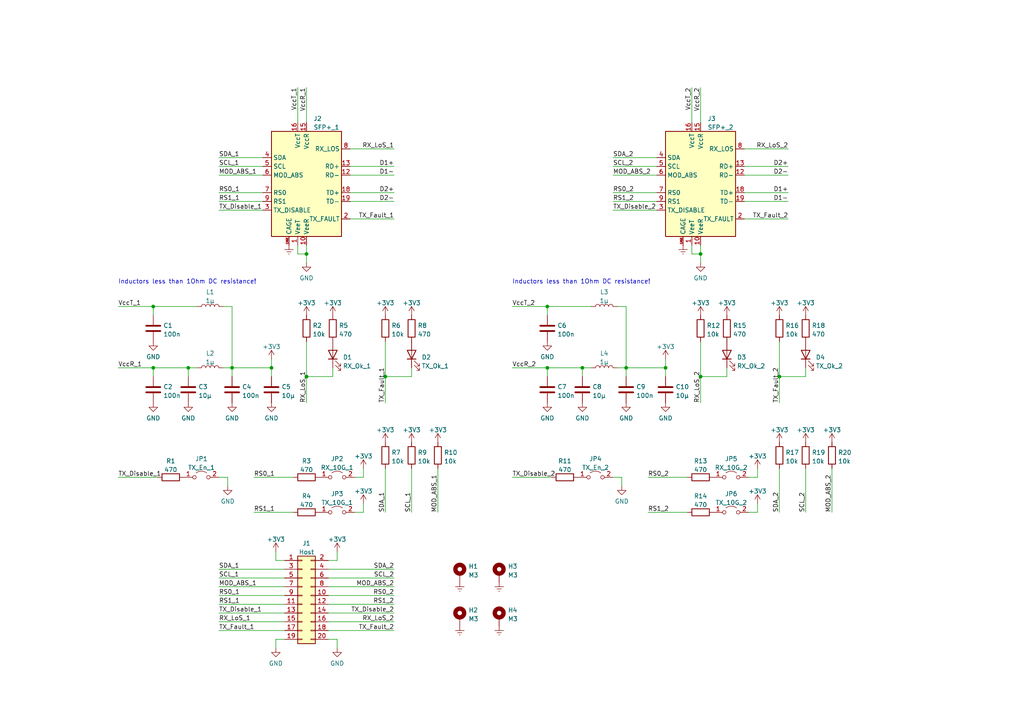
<source format=kicad_sch>
(kicad_sch (version 20211123) (generator eeschema)
  (paper "A4")
  (lib_symbols
    (symbol "Connector_Generic:Conn_02x10_Odd_Even" (pin_names (offset 1.016) hide)
      (property "Reference" "J" (at 1.27 12.7 0))
      (property "Value" "Conn_02x10_Odd_Even" (at 1.27 -15.24 0))
      (symbol "Conn_02x10_Odd_Even_1_1"
        (rectangle (start -1.27 -12.573) (end 0 -12.827) (stroke (width 0.1524)))
        (rectangle (start -1.27 -10.033) (end 0 -10.287) (stroke (width 0.1524)))
        (rectangle (start -1.27 -7.493) (end 0 -7.747) (stroke (width 0.1524)))
        (rectangle (start -1.27 -4.953) (end 0 -5.207) (stroke (width 0.1524)))
        (rectangle (start -1.27 -2.413) (end 0 -2.667) (stroke (width 0.1524)))
        (rectangle (start -1.27 0.127) (end 0 -0.127) (stroke (width 0.1524)))
        (rectangle (start -1.27 2.667) (end 0 2.413) (stroke (width 0.1524)))
        (rectangle (start -1.27 5.207) (end 0 4.953) (stroke (width 0.1524)))
        (rectangle (start -1.27 7.747) (end 0 7.493) (stroke (width 0.1524)))
        (rectangle (start -1.27 10.287) (end 0 10.033) (stroke (width 0.1524)))
        (rectangle (start -1.27 11.43) (end 3.81 -13.97) (stroke (width 0.254)) (fill (type background)))
        (rectangle (start 3.81 -12.573) (end 2.54 -12.827) (stroke (width 0.1524)))
        (rectangle (start 3.81 -10.033) (end 2.54 -10.287) (stroke (width 0.1524)))
        (rectangle (start 3.81 -7.493) (end 2.54 -7.747) (stroke (width 0.1524)))
        (rectangle (start 3.81 -4.953) (end 2.54 -5.207) (stroke (width 0.1524)))
        (rectangle (start 3.81 -2.413) (end 2.54 -2.667) (stroke (width 0.1524)))
        (rectangle (start 3.81 0.127) (end 2.54 -0.127) (stroke (width 0.1524)))
        (rectangle (start 3.81 2.667) (end 2.54 2.413) (stroke (width 0.1524)))
        (rectangle (start 3.81 5.207) (end 2.54 4.953) (stroke (width 0.1524)))
        (rectangle (start 3.81 7.747) (end 2.54 7.493) (stroke (width 0.1524)))
        (rectangle (start 3.81 10.287) (end 2.54 10.033) (stroke (width 0.1524)))
        (pin passive line (at -5.08 10.16 0) (length 3.81) (name "Pin_1") (number "1"))
        (pin passive line (at 7.62 0 180) (length 3.81) (name "Pin_10") (number "10"))
        (pin passive line (at -5.08 -2.54 0) (length 3.81) (name "Pin_11") (number "11"))
        (pin passive line (at 7.62 -2.54 180) (length 3.81) (name "Pin_12") (number "12"))
        (pin passive line (at -5.08 -5.08 0) (length 3.81) (name "Pin_13") (number "13"))
        (pin passive line (at 7.62 -5.08 180) (length 3.81) (name "Pin_14") (number "14"))
        (pin passive line (at -5.08 -7.62 0) (length 3.81) (name "Pin_15") (number "15"))
        (pin passive line (at 7.62 -7.62 180) (length 3.81) (name "Pin_16") (number "16"))
        (pin passive line (at -5.08 -10.16 0) (length 3.81) (name "Pin_17") (number "17"))
        (pin passive line (at 7.62 -10.16 180) (length 3.81) (name "Pin_18") (number "18"))
        (pin passive line (at -5.08 -12.7 0) (length 3.81) (name "Pin_19") (number "19"))
        (pin passive line (at 7.62 10.16 180) (length 3.81) (name "Pin_2") (number "2"))
        (pin passive line (at 7.62 -12.7 180) (length 3.81) (name "Pin_20") (number "20"))
        (pin passive line (at -5.08 7.62 0) (length 3.81) (name "Pin_3") (number "3"))
        (pin passive line (at 7.62 7.62 180) (length 3.81) (name "Pin_4") (number "4"))
        (pin passive line (at -5.08 5.08 0) (length 3.81) (name "Pin_5") (number "5"))
        (pin passive line (at 7.62 5.08 180) (length 3.81) (name "Pin_6") (number "6"))
        (pin passive line (at -5.08 2.54 0) (length 3.81) (name "Pin_7") (number "7"))
        (pin passive line (at 7.62 2.54 180) (length 3.81) (name "Pin_8") (number "8"))
        (pin passive line (at -5.08 0 0) (length 3.81) (name "Pin_9") (number "9"))
      )
    )
    (symbol "Device:C" (pin_numbers hide) (pin_names (offset 0.254))
      (property "Reference" "C" (at 0.635 2.54 0))
      (property "Value" "C" (at 0.635 -2.54 0))
      (symbol "C_0_1"
        (polyline (pts (xy -2.032 -0.762) (xy 2.032 -0.762)) (stroke (width 0.508)))
        (polyline (pts (xy -2.032 0.762) (xy 2.032 0.762)) (stroke (width 0.508)))
      )
      (symbol "C_1_1"
        (pin passive line (at 0 3.81 270) (length 2.794) (name "~") (number "1"))
        (pin passive line (at 0 -3.81 90) (length 2.794) (name "~") (number "2"))
      )
    )
    (symbol "Device:L" (pin_numbers hide) (pin_names (offset 1.016) hide)
      (property "Reference" "L" (at -1.27 0 90))
      (property "Value" "L" (at 1.905 0 90))
      (symbol "L_0_1"
        (arc (start 0 -2.54) (mid 0.635 -1.905) (end 0 -1.27))
        (arc (start 0 -1.27) (mid 0.635 -0.635) (end 0 0))
        (arc (start 0 0) (mid 0.635 0.635) (end 0 1.27))
        (arc (start 0 1.27) (mid 0.635 1.905) (end 0 2.54))
      )
      (symbol "L_1_1"
        (pin passive line (at 0 3.81 270) (length 1.27) (name "1") (number "1"))
        (pin passive line (at 0 -3.81 90) (length 1.27) (name "2") (number "2"))
      )
    )
    (symbol "Device:LED" (pin_numbers hide) (pin_names (offset 1.016) hide)
      (property "Reference" "D" (at 0 2.54 0))
      (property "Value" "LED" (at 0 -2.54 0))
      (symbol "LED_0_1"
        (polyline (pts (xy -1.27 -1.27) (xy -1.27 1.27)) (stroke (width 0.254)))
        (polyline (pts (xy -1.27 0) (xy 1.27 0)))
        (polyline (pts (xy 1.27 -1.27) (xy 1.27 1.27) (xy -1.27 0) (xy 1.27 -1.27)) (stroke (width 0.254)))
        (polyline (pts (xy -3.048 -0.762) (xy -4.572 -2.286) (xy -3.81 -2.286) (xy -4.572 -2.286) (xy -4.572 -1.524)))
        (polyline (pts (xy -1.778 -0.762) (xy -3.302 -2.286) (xy -2.54 -2.286) (xy -3.302 -2.286) (xy -3.302 -1.524)))
      )
      (symbol "LED_1_1"
        (pin passive line (at -3.81 0 0) (length 2.54) (name "K") (number "1"))
        (pin passive line (at 3.81 0 180) (length 2.54) (name "A") (number "2"))
      )
    )
    (symbol "Device:R" (pin_numbers hide) (pin_names (offset 0))
      (property "Reference" "R" (at 2.032 0 90))
      (property "Value" "R" (at 0 0 90))
      (symbol "R_0_1"
        (rectangle (start -1.016 -2.54) (end 1.016 2.54) (stroke (width 0.254)))
      )
      (symbol "R_1_1"
        (pin passive line (at 0 3.81 270) (length 1.27) (name "~") (number "1"))
        (pin passive line (at 0 -3.81 90) (length 1.27) (name "~") (number "2"))
      )
    )
    (symbol "Interface_Optical:SFP+"
      (property "Reference" "J" (at -8.89 16.51 0))
      (property "Value" "SFP+" (at 11.43 16.51 0))
      (symbol "SFP+_0_0"
        (rectangle (start -10.16 15.24) (end 10.16 -15.24) (stroke (width 0.254)) (fill (type background)))
      )
      (symbol "SFP+_1_1"
        (pin power_in line (at -2.54 -17.78 90) (length 2.54) (name "VeeT") (number "1"))
        (pin power_in line (at 0 -17.78 90) (length 2.54) (name "VeeR") (number "10"))
        (pin passive line (at 0 -17.78 90) (length 2.54) hide (name "VeeR") (number "11"))
        (pin output line (at 12.7 2.54 180) (length 2.54) (name "RD-") (number "12"))
        (pin output line (at 12.7 5.08 180) (length 2.54) (name "RD+") (number "13"))
        (pin passive line (at 0 -17.78 90) (length 2.54) hide (name "VeeR") (number "14"))
        (pin power_in line (at 0 17.78 270) (length 2.54) (name "VccR") (number "15"))
        (pin power_in line (at -2.54 17.78 270) (length 2.54) (name "VccT") (number "16"))
        (pin passive line (at -2.54 -17.78 90) (length 2.54) hide (name "VeeT") (number "17"))
        (pin input line (at 12.7 -2.54 180) (length 2.54) (name "TD+") (number "18"))
        (pin input line (at 12.7 -5.08 180) (length 2.54) (name "TD-") (number "19"))
        (pin open_collector line (at 12.7 -10.16 180) (length 2.54) (name "TX_FAULT") (number "2"))
        (pin passive line (at -2.54 -17.78 90) (length 2.54) hide (name "VeeT") (number "20"))
        (pin input line (at -12.7 -7.62 0) (length 2.54) (name "TX_DISABLE") (number "3"))
        (pin bidirectional line (at -12.7 7.62 0) (length 2.54) (name "SDA") (number "4"))
        (pin input line (at -12.7 5.08 0) (length 2.54) (name "SCL") (number "5"))
        (pin passive line (at -12.7 2.54 0) (length 2.54) (name "MOD_ABS") (number "6"))
        (pin input line (at -12.7 -2.54 0) (length 2.54) (name "RS0") (number "7"))
        (pin open_collector line (at 12.7 10.16 180) (length 2.54) (name "RX_LOS") (number "8"))
        (pin input line (at -12.7 -5.08 0) (length 2.54) (name "RS1") (number "9"))
        (pin passive line (at -5.08 -17.78 90) (length 2.54) (name "CAGE") (number "CAGE"))
      )
    )
    (symbol "Jumper:Jumper_2_Open" (pin_names (offset 0) hide)
      (property "Reference" "JP" (at 0 2.794 0))
      (property "Value" "Jumper_2_Open" (at 0 -2.286 0))
      (symbol "Jumper_2_Open_0_0"
        (circle (center -2.032 0) (radius 0.508))
        (circle (center 2.032 0) (radius 0.508))
      )
      (symbol "Jumper_2_Open_0_1"
        (arc (start 1.524 1.27) (mid 0 1.778) (end -1.524 1.27))
      )
      (symbol "Jumper_2_Open_1_1"
        (pin passive line (at -5.08 0 0) (length 2.54) (name "A") (number "1"))
        (pin passive line (at 5.08 0 180) (length 2.54) (name "B") (number "2"))
      )
    )
    (symbol "Mechanical:MountingHole_Pad" (pin_numbers hide) (pin_names (offset 1.016) hide)
      (property "Reference" "H" (at 0 6.35 0))
      (property "Value" "MountingHole_Pad" (at 0 4.445 0))
      (symbol "MountingHole_Pad_0_1"
        (circle (center 0 1.27) (radius 1.27) (stroke (width 1.27)))
      )
      (symbol "MountingHole_Pad_1_1"
        (pin input line (at 0 -2.54 90) (length 2.54) (name "1") (number "1"))
      )
    )
    (symbol "power:+3V3" (power) (pin_names (offset 0))
      (property "Value" "+3V3" (at 0 3.556 0))
      (symbol "+3V3_0_1"
        (polyline (pts (xy -0.762 1.27) (xy 0 2.54)))
        (polyline (pts (xy 0 0) (xy 0 2.54)))
        (polyline (pts (xy 0 2.54) (xy 0.762 1.27)))
      )
      (symbol "+3V3_1_1"
        (pin power_in line (at 0 0 90) (length 0) hide (name "+3V3") (number "1"))
      )
    )
    (symbol "power:Earth" (power) (pin_names (offset 0))
      (symbol "Earth_0_1"
        (polyline (pts (xy -0.635 -1.905) (xy 0.635 -1.905)))
        (polyline (pts (xy -0.127 -2.54) (xy 0.127 -2.54)))
        (polyline (pts (xy 0 -1.27) (xy 0 0)))
        (polyline (pts (xy 1.27 -1.27) (xy -1.27 -1.27)))
      )
      (symbol "Earth_1_1"
        (pin power_in line (at 0 0 270) (length 0) hide (name "Earth") (number "1"))
      )
    )
    (symbol "power:GND" (power) (pin_names (offset 0))
      (property "Value" "GND" (at 0 -3.81 0))
      (symbol "GND_0_1"
        (polyline (pts (xy 0 0) (xy 0 -1.27) (xy 1.27 -1.27) (xy 0 -2.54) (xy -1.27 -1.27) (xy 0 -1.27)))
      )
      (symbol "GND_1_1"
        (pin power_in line (at 0 0 270) (length 0) hide (name "GND") (number "1"))
      )
    )
  )
  (junction (at 181.61 106.68))
  (junction (at 44.45 88.9))
  (junction (at 111.76 109.22))
  (junction (at 54.61 106.68))
  (junction (at 78.74 106.68))
  (junction (at 88.9 73.66))
  (junction (at 168.91 106.68))
  (junction (at 44.45 106.68))
  (junction (at 226.06 109.22))
  (junction (at 203.2 73.66))
  (junction (at 88.9 109.22))
  (junction (at 203.2 109.22))
  (junction (at 158.75 106.68))
  (junction (at 158.75 88.9))
  (junction (at 67.31 106.68))
  (junction (at 193.04 106.68))
  (wire (pts (xy 200.66 71.12) (xy 200.66 73.66)))
  (wire (pts (xy 63.5 50.8) (xy 76.2 50.8)))
  (wire (pts (xy 219.71 135.89) (xy 219.71 138.43)))
  (wire (pts (xy 105.41 146.05) (xy 105.41 148.59)))
  (wire (pts (xy 179.07 88.9) (xy 181.61 88.9)))
  (wire (pts (xy 67.31 106.68) (xy 64.77 106.68)))
  (wire (pts (xy 203.2 73.66) (xy 203.2 76.2)))
  (wire (pts (xy 215.9 55.88) (xy 228.6 55.88)))
  (wire (pts (xy 97.79 185.42) (xy 97.79 187.96)))
  (wire (pts (xy 63.5 60.96) (xy 76.2 60.96)))
  (wire (pts (xy 95.25 170.18) (xy 114.3 170.18)))
  (wire (pts (xy 105.41 138.43) (xy 102.87 138.43)))
  (wire (pts (xy 101.6 63.5) (xy 114.3 63.5)))
  (wire (pts (xy 101.6 48.26) (xy 114.3 48.26)))
  (wire (pts (xy 177.8 45.72) (xy 190.5 45.72)))
  (wire (pts (xy 82.55 162.56) (xy 80.01 162.56)))
  (wire (pts (xy 63.5 165.1) (xy 82.55 165.1)))
  (wire (pts (xy 95.25 165.1) (xy 114.3 165.1)))
  (wire (pts (xy 177.8 60.96) (xy 190.5 60.96)))
  (wire (pts (xy 86.36 25.4) (xy 86.36 35.56)))
  (wire (pts (xy 219.71 146.05) (xy 219.71 148.59)))
  (wire (pts (xy 226.06 135.89) (xy 226.06 148.59)))
  (wire (pts (xy 226.06 109.22) (xy 233.68 109.22)))
  (wire (pts (xy 203.2 71.12) (xy 203.2 73.66)))
  (wire (pts (xy 67.31 106.68) (xy 67.31 109.22)))
  (wire (pts (xy 111.76 109.22) (xy 119.38 109.22)))
  (wire (pts (xy 88.9 73.66) (xy 88.9 76.2)))
  (wire (pts (xy 181.61 106.68) (xy 179.07 106.68)))
  (wire (pts (xy 168.91 106.68) (xy 168.91 109.22)))
  (wire (pts (xy 148.59 106.68) (xy 158.75 106.68)))
  (wire (pts (xy 78.74 104.14) (xy 78.74 106.68)))
  (wire (pts (xy 34.29 88.9) (xy 44.45 88.9)))
  (wire (pts (xy 63.5 182.88) (xy 82.55 182.88)))
  (wire (pts (xy 78.74 106.68) (xy 67.31 106.68)))
  (wire (pts (xy 57.15 106.68) (xy 54.61 106.68)))
  (wire (pts (xy 127 135.89) (xy 127 148.59)))
  (wire (pts (xy 177.8 48.26) (xy 190.5 48.26)))
  (wire (pts (xy 34.29 106.68) (xy 44.45 106.68)))
  (wire (pts (xy 97.79 160.02) (xy 97.79 162.56)))
  (wire (pts (xy 54.61 106.68) (xy 44.45 106.68)))
  (wire (pts (xy 95.25 172.72) (xy 114.3 172.72)))
  (wire (pts (xy 88.9 71.12) (xy 88.9 73.66)))
  (wire (pts (xy 80.01 160.02) (xy 80.01 162.56)))
  (wire (pts (xy 168.91 106.68) (xy 158.75 106.68)))
  (wire (pts (xy 171.45 106.68) (xy 168.91 106.68)))
  (wire (pts (xy 200.66 25.4) (xy 200.66 35.56)))
  (wire (pts (xy 233.68 109.22) (xy 233.68 106.68)))
  (wire (pts (xy 63.5 170.18) (xy 82.55 170.18)))
  (wire (pts (xy 63.5 175.26) (xy 82.55 175.26)))
  (wire (pts (xy 177.8 58.42) (xy 190.5 58.42)))
  (wire (pts (xy 78.74 109.22) (xy 78.74 106.68)))
  (wire (pts (xy 44.45 91.44) (xy 44.45 88.9)))
  (wire (pts (xy 158.75 106.68) (xy 158.75 109.22)))
  (wire (pts (xy 64.77 88.9) (xy 67.31 88.9)))
  (wire (pts (xy 180.34 138.43) (xy 177.8 138.43)))
  (wire (pts (xy 63.5 55.88) (xy 76.2 55.88)))
  (wire (pts (xy 193.04 109.22) (xy 193.04 106.68)))
  (wire (pts (xy 119.38 109.22) (xy 119.38 106.68)))
  (wire (pts (xy 44.45 106.68) (xy 44.45 109.22)))
  (wire (pts (xy 73.66 148.59) (xy 85.09 148.59)))
  (wire (pts (xy 215.9 48.26) (xy 228.6 48.26)))
  (wire (pts (xy 67.31 88.9) (xy 67.31 106.68)))
  (wire (pts (xy 95.25 185.42) (xy 97.79 185.42)))
  (wire (pts (xy 95.25 180.34) (xy 114.3 180.34)))
  (wire (pts (xy 66.04 138.43) (xy 63.5 138.43)))
  (wire (pts (xy 88.9 109.22) (xy 88.9 99.06)))
  (wire (pts (xy 96.52 106.68) (xy 96.52 109.22)))
  (wire (pts (xy 215.9 58.42) (xy 228.6 58.42)))
  (wire (pts (xy 215.9 63.5) (xy 228.6 63.5)))
  (wire (pts (xy 203.2 109.22) (xy 203.2 116.84)))
  (wire (pts (xy 210.82 106.68) (xy 210.82 109.22)))
  (wire (pts (xy 101.6 50.8) (xy 114.3 50.8)))
  (wire (pts (xy 101.6 43.18) (xy 114.3 43.18)))
  (wire (pts (xy 88.9 25.4) (xy 88.9 35.56)))
  (wire (pts (xy 101.6 55.88) (xy 114.3 55.88)))
  (wire (pts (xy 95.25 175.26) (xy 114.3 175.26)))
  (wire (pts (xy 158.75 88.9) (xy 171.45 88.9)))
  (wire (pts (xy 180.34 140.97) (xy 180.34 138.43)))
  (wire (pts (xy 63.5 180.34) (xy 82.55 180.34)))
  (wire (pts (xy 111.76 99.06) (xy 111.76 109.22)))
  (wire (pts (xy 54.61 106.68) (xy 54.61 109.22)))
  (wire (pts (xy 73.66 138.43) (xy 85.09 138.43)))
  (wire (pts (xy 177.8 55.88) (xy 190.5 55.88)))
  (wire (pts (xy 105.41 148.59) (xy 102.87 148.59)))
  (wire (pts (xy 88.9 109.22) (xy 88.9 116.84)))
  (wire (pts (xy 177.8 50.8) (xy 190.5 50.8)))
  (wire (pts (xy 181.61 88.9) (xy 181.61 106.68)))
  (wire (pts (xy 203.2 109.22) (xy 203.2 99.06)))
  (wire (pts (xy 105.41 135.89) (xy 105.41 138.43)))
  (wire (pts (xy 181.61 106.68) (xy 181.61 109.22)))
  (wire (pts (xy 111.76 109.22) (xy 111.76 116.84)))
  (wire (pts (xy 95.25 162.56) (xy 97.79 162.56)))
  (wire (pts (xy 193.04 104.14) (xy 193.04 106.68)))
  (wire (pts (xy 101.6 58.42) (xy 114.3 58.42)))
  (wire (pts (xy 148.59 88.9) (xy 158.75 88.9)))
  (wire (pts (xy 241.3 135.89) (xy 241.3 148.59)))
  (wire (pts (xy 119.38 135.89) (xy 119.38 148.59)))
  (wire (pts (xy 203.2 25.4) (xy 203.2 35.56)))
  (wire (pts (xy 226.06 109.22) (xy 226.06 116.84)))
  (wire (pts (xy 158.75 91.44) (xy 158.75 88.9)))
  (wire (pts (xy 86.36 73.66) (xy 88.9 73.66)))
  (wire (pts (xy 34.29 138.43) (xy 45.72 138.43)))
  (wire (pts (xy 111.76 135.89) (xy 111.76 148.59)))
  (wire (pts (xy 187.96 138.43) (xy 199.39 138.43)))
  (wire (pts (xy 66.04 140.97) (xy 66.04 138.43)))
  (wire (pts (xy 82.55 185.42) (xy 80.01 185.42)))
  (wire (pts (xy 96.52 109.22) (xy 88.9 109.22)))
  (wire (pts (xy 95.25 167.64) (xy 114.3 167.64)))
  (wire (pts (xy 63.5 48.26) (xy 76.2 48.26)))
  (wire (pts (xy 63.5 58.42) (xy 76.2 58.42)))
  (wire (pts (xy 63.5 177.8) (xy 82.55 177.8)))
  (wire (pts (xy 63.5 167.64) (xy 82.55 167.64)))
  (wire (pts (xy 86.36 71.12) (xy 86.36 73.66)))
  (wire (pts (xy 95.25 177.8) (xy 114.3 177.8)))
  (wire (pts (xy 44.45 88.9) (xy 57.15 88.9)))
  (wire (pts (xy 210.82 109.22) (xy 203.2 109.22)))
  (wire (pts (xy 215.9 50.8) (xy 228.6 50.8)))
  (wire (pts (xy 63.5 172.72) (xy 82.55 172.72)))
  (wire (pts (xy 80.01 185.42) (xy 80.01 187.96)))
  (wire (pts (xy 219.71 138.43) (xy 217.17 138.43)))
  (wire (pts (xy 193.04 106.68) (xy 181.61 106.68)))
  (wire (pts (xy 95.25 182.88) (xy 114.3 182.88)))
  (wire (pts (xy 219.71 148.59) (xy 217.17 148.59)))
  (wire (pts (xy 215.9 43.18) (xy 228.6 43.18)))
  (wire (pts (xy 187.96 148.59) (xy 199.39 148.59)))
  (wire (pts (xy 200.66 73.66) (xy 203.2 73.66)))
  (wire (pts (xy 233.68 135.89) (xy 233.68 148.59)))
  (wire (pts (xy 148.59 138.43) (xy 160.02 138.43)))
  (wire (pts (xy 63.5 45.72) (xy 76.2 45.72)))
  (wire (pts (xy 226.06 99.06) (xy 226.06 109.22)))
  (text "Inductors less than 1Ohm DC resistance!" (at 148.59 82.55 0) (effects (font (size 1.27 1.27)) (justify left bottom)))
  (text "Inductors less than 1Ohm DC resistance!" (at 34.29 82.55 0) (effects (font (size 1.27 1.27)) (justify left bottom)))
  (label "D2-" (at 228.6 50.8 180))
  (label "SCL_1" (at 119.38 148.59 90))
  (label "MOD_ABS_1" (at 63.5 170.18 0))
  (label "VccT_2" (at 148.59 88.9 0))
  (label "RS0_1" (at 63.5 172.72 0))
  (label "MOD_ABS_2" (at 114.3 170.18 180))
  (label "TX_Fault_2" (at 226.06 116.84 90))
  (label "VccR_2" (at 148.59 106.68 0))
  (label "VccT_1" (at 86.36 25.4 270))
  (label "RS1_2" (at 114.3 175.26 180))
  (label "SDA_1" (at 111.76 148.59 90))
  (label "D2+" (at 228.6 48.26 180))
  (label "TX_Fault_1" (at 111.76 116.84 90))
  (label "VccT_2" (at 200.66 25.4 270))
  (label "RX_LoS_1" (at 88.9 116.84 90))
  (label "SCL_2" (at 177.8 48.26 0))
  (label "SCL_1" (at 63.5 48.26 0))
  (label "RS0_2" (at 177.8 55.88 0))
  (label "TX_Fault_1" (at 63.5 182.88 0))
  (label "RS1_1" (at 73.66 148.59 0))
  (label "D1+" (at 228.6 55.88 180))
  (label "MOD_ABS_1" (at 63.5 50.8 0))
  (label "TX_Disable_1" (at 63.5 177.8 0))
  (label "SDA_1" (at 63.5 45.72 0))
  (label "TX_Disable_2" (at 148.59 138.43 0))
  (label "SCL_1" (at 63.5 167.64 0))
  (label "D2-" (at 114.3 58.42 180))
  (label "RX_LoS_1" (at 63.5 180.34 0))
  (label "RX_LoS_2" (at 228.6 43.18 180))
  (label "MOD_ABS_2" (at 241.3 148.59 90))
  (label "TX_Disable_1" (at 63.5 60.96 0))
  (label "TX_Disable_2" (at 177.8 60.96 0))
  (label "TX_Fault_2" (at 228.6 63.5 180))
  (label "TX_Disable_1" (at 34.29 138.43 0))
  (label "D2+" (at 114.3 55.88 180))
  (label "MOD_ABS_1" (at 127 148.59 90))
  (label "TX_Fault_1" (at 114.3 63.5 180))
  (label "SDA_2" (at 226.06 148.59 90))
  (label "RS1_1" (at 63.5 175.26 0))
  (label "RS1_1" (at 63.5 58.42 0))
  (label "D1-" (at 114.3 50.8 180))
  (label "RS1_2" (at 187.96 148.59 0))
  (label "MOD_ABS_2" (at 177.8 50.8 0))
  (label "TX_Disable_2" (at 114.3 177.8 180))
  (label "RS0_2" (at 187.96 138.43 0))
  (label "VccR_2" (at 203.2 25.4 270))
  (label "RX_LoS_1" (at 114.3 43.18 180))
  (label "RX_LoS_2" (at 203.2 116.84 90))
  (label "D1-" (at 228.6 58.42 180))
  (label "VccT_1" (at 34.29 88.9 0))
  (label "SDA_1" (at 63.5 165.1 0))
  (label "SDA_2" (at 177.8 45.72 0))
  (label "RS0_1" (at 63.5 55.88 0))
  (label "RS1_2" (at 177.8 58.42 0))
  (label "SCL_2" (at 233.68 148.59 90))
  (label "D1+" (at 114.3 48.26 180))
  (label "RS0_2" (at 114.3 172.72 180))
  (label "RS0_1" (at 73.66 138.43 0))
  (label "SDA_2" (at 114.3 165.1 180))
  (label "TX_Fault_2" (at 114.3 182.88 180))
  (label "VccR_1" (at 34.29 106.68 0))
  (label "RX_LoS_2" (at 114.3 180.34 180))
  (label "SCL_2" (at 114.3 167.64 180))
  (label "VccR_1" (at 88.9 25.4 270))
  (symbol (lib_id "power:Earth") (at 144.78 181.61 0) (unit 1)
    (property "Reference" "#PWR?" (effects hide))
    (property "Value" "Earth" (effects hide))
  )
  (symbol (lib_id "Device:R") (at 241.3 132.08 0) (unit 1)
    (property "Reference" "R20" (at 243.078 131.2453 0) (effects (justify left)))
    (property "Value" "10k" (at 243.078 133.7822 0) (effects (justify left)))
    (property "Footprint" "Resistor_SMD:R_0603_1608Metric_Pad0.98x0.95mm_HandSolder" (effects hide))
  )
  (symbol (lib_id "Mechanical:MountingHole_Pad") (at 144.78 179.07 0) (unit 1)
    (property "Reference" "H4" (at 147.32 176.9653 0) (effects (justify left)))
    (property "Value" "M3" (at 147.32 179.5022 0) (effects (justify left)))
    (property "Footprint" "MountingHole:MountingHole_3.2mm_M3_Pad_Via" (effects hide))
  )
  (symbol (lib_id "power:GND") (at 203.2 76.2 0) (unit 1)
    (property "Reference" "#PWR0102" (effects hide))
    (property "Value" "GND" (at 203.2 80.6434 0))
  )
  (symbol (lib_id "power:Earth") (at 133.35 181.61 0) (unit 1)
    (property "Reference" "#PWR?" (effects hide))
    (property "Value" "Earth" (effects hide))
  )
  (symbol (lib_id "Interface_Optical:SFP+") (at 203.2 53.34 0) (unit 1)
    (property "Reference" "J3" (at 205.2194 34.4002 0) (effects (justify left)))
    (property "Value" "SFP+_2" (at 205.2194 36.9371 0) (effects (justify left)))
    (property "Footprint" "Connector:Connector_SFP_and_Cage" (effects hide))
    (property "Datasheet" "https://members.snia.org/document/dl/25892" (effects hide))
  )
  (symbol (lib_id "Device:R") (at 163.83 138.43 90) (unit 1)
    (property "Reference" "R11" (at 163.83 133.7142 90))
    (property "Value" "470" (at 163.83 136.2511 90))
    (property "Footprint" "Resistor_SMD:R_0603_1608Metric_Pad0.98x0.95mm_HandSolder" (effects hide))
  )
  (symbol (lib_id "Device:R") (at 96.52 95.25 0) (unit 1)
    (property "Reference" "R5" (at 98.298 94.4153 0) (effects (justify left)))
    (property "Value" "470" (at 98.298 96.9522 0) (effects (justify left)))
    (property "Footprint" "Resistor_SMD:R_0603_1608Metric_Pad0.98x0.95mm_HandSolder" (effects hide))
  )
  (symbol (lib_id "Device:L") (at 60.96 88.9 90) (unit 1)
    (property "Reference" "L1" (at 60.96 84.6922 90))
    (property "Value" "1µ" (at 60.96 87.2291 90))
    (property "Footprint" "Inductor_SMD:L_0805_2012Metric_Pad1.15x1.40mm_HandSolder" (effects hide))
  )
  (symbol (lib_id "Mechanical:MountingHole_Pad") (at 133.35 166.37 0) (unit 1)
    (property "Reference" "H1" (at 135.89 164.2653 0) (effects (justify left)))
    (property "Value" "M3" (at 135.89 166.8022 0) (effects (justify left)))
    (property "Footprint" "MountingHole:MountingHole_3.2mm_M3_Pad_Via" (effects hide))
  )
  (symbol (lib_id "Device:R") (at 49.53 138.43 90) (unit 1)
    (property "Reference" "R1" (at 49.53 133.7142 90))
    (property "Value" "470" (at 49.53 136.2511 90))
    (property "Footprint" "Resistor_SMD:R_0603_1608Metric_Pad0.98x0.95mm_HandSolder" (effects hide))
  )
  (symbol (lib_id "Jumper:Jumper_2_Open") (at 97.79 138.43 0) (unit 1)
    (property "Reference" "JP2" (at 97.79 133.0792 0))
    (property "Value" "RX_10G_1" (at 97.79 135.6161 0))
    (property "Footprint" "Connector_PinHeader_2.54mm:PinHeader_1x02_P2.54mm_Vertical" (effects hide))
  )
  (symbol (lib_id "Jumper:Jumper_2_Open") (at 97.79 148.59 0) (unit 1)
    (property "Reference" "JP3" (at 97.79 143.2392 0))
    (property "Value" "TX_10G_1" (at 97.79 145.7761 0))
    (property "Footprint" "Connector_PinHeader_2.54mm:PinHeader_1x02_P2.54mm_Vertical" (effects hide))
  )
  (symbol (lib_id "power:+3V3") (at 105.41 135.89 0) (unit 1)
    (property "Reference" "#PWR0137" (effects hide))
    (property "Value" "+3V3" (at 105.41 132.3142 0))
  )
  (symbol (lib_id "power:+3V3") (at 96.52 91.44 0) (unit 1)
    (property "Reference" "#PWR0123" (effects hide))
    (property "Value" "+3V3" (at 96.52 87.8642 0))
  )
  (symbol (lib_id "Device:LED") (at 233.68 102.87 90) (unit 1)
    (property "Reference" "D4" (at 236.601 103.6228 90) (effects (justify right)))
    (property "Value" "TX_Ok_2" (at 236.601 106.1597 90) (effects (justify right)))
    (property "Footprint" "LED_SMD:LED_0805_2012Metric_Pad1.15x1.40mm_HandSolder" (effects hide))
  )
  (symbol (lib_id "Device:LED") (at 119.38 102.87 90) (unit 1)
    (property "Reference" "D2" (at 122.301 103.6228 90) (effects (justify right)))
    (property "Value" "TX_Ok_1" (at 122.301 106.1597 90) (effects (justify right)))
    (property "Footprint" "LED_SMD:LED_0805_2012Metric_Pad1.15x1.40mm_HandSolder" (effects hide))
  )
  (symbol (lib_id "Device:C") (at 193.04 113.03 0) (unit 1)
    (property "Reference" "C10" (at 195.961 112.1953 0) (effects (justify left)))
    (property "Value" "10µ" (at 195.961 114.7322 0) (effects (justify left)))
    (property "Footprint" "Capacitor_SMD:C_0805_2012Metric_Pad1.18x1.45mm_HandSolder" (effects hide))
  )
  (symbol (lib_id "Device:R") (at 203.2 138.43 90) (unit 1)
    (property "Reference" "R13" (at 203.2 133.7142 90))
    (property "Value" "470" (at 203.2 136.2511 90))
    (property "Footprint" "Resistor_SMD:R_0603_1608Metric_Pad0.98x0.95mm_HandSolder" (effects hide))
  )
  (symbol (lib_id "power:+3V3") (at 127 128.27 0) (unit 1)
    (property "Reference" "#PWR0128" (effects hide))
    (property "Value" "+3V3" (at 127 124.6942 0))
  )
  (symbol (lib_id "power:GND") (at 158.75 99.06 0) (unit 1)
    (property "Reference" "#PWR0109" (effects hide))
    (property "Value" "GND" (at 158.75 103.5034 0))
  )
  (symbol (lib_id "Device:R") (at 119.38 132.08 0) (unit 1)
    (property "Reference" "R9" (at 121.158 131.2453 0) (effects (justify left)))
    (property "Value" "10k" (at 121.158 133.7822 0) (effects (justify left)))
    (property "Footprint" "Resistor_SMD:R_0603_1608Metric_Pad0.98x0.95mm_HandSolder" (effects hide))
  )
  (symbol (lib_id "power:GND") (at 181.61 116.84 0) (unit 1)
    (property "Reference" "#PWR0107" (effects hide))
    (property "Value" "GND" (at 181.61 121.2834 0))
  )
  (symbol (lib_id "Device:C") (at 158.75 95.25 0) (unit 1)
    (property "Reference" "C6" (at 161.671 94.4153 0) (effects (justify left)))
    (property "Value" "100n" (at 161.671 96.9522 0) (effects (justify left)))
    (property "Footprint" "Capacitor_SMD:C_0603_1608Metric_Pad1.08x0.95mm_HandSolder" (effects hide))
  )
  (symbol (lib_id "Jumper:Jumper_2_Open") (at 172.72 138.43 0) (unit 1)
    (property "Reference" "JP4" (at 172.72 133.0792 0))
    (property "Value" "TX_En_2" (at 172.72 135.6161 0))
    (property "Footprint" "Connector_PinHeader_2.54mm:PinHeader_1x02_P2.54mm_Vertical" (effects hide))
  )
  (symbol (lib_id "Jumper:Jumper_2_Open") (at 212.09 138.43 0) (unit 1)
    (property "Reference" "JP5" (at 212.09 133.0792 0))
    (property "Value" "RX_10G_2" (at 212.09 135.6161 0))
    (property "Footprint" "Connector_PinHeader_2.54mm:PinHeader_1x02_P2.54mm_Vertical" (effects hide))
  )
  (symbol (lib_id "Device:R") (at 111.76 132.08 0) (unit 1)
    (property "Reference" "R7" (at 113.538 131.2453 0) (effects (justify left)))
    (property "Value" "10k" (at 113.538 133.7822 0) (effects (justify left)))
    (property "Footprint" "Resistor_SMD:R_0603_1608Metric_Pad0.98x0.95mm_HandSolder" (effects hide))
  )
  (symbol (lib_id "power:GND") (at 44.45 116.84 0) (unit 1)
    (property "Reference" "#PWR0130" (effects hide))
    (property "Value" "GND" (at 44.45 121.2834 0))
  )
  (symbol (lib_id "Device:R") (at 233.68 95.25 0) (unit 1)
    (property "Reference" "R18" (at 235.458 94.4153 0) (effects (justify left)))
    (property "Value" "470" (at 235.458 96.9522 0) (effects (justify left)))
    (property "Footprint" "Resistor_SMD:R_0603_1608Metric_Pad0.98x0.95mm_HandSolder" (effects hide))
  )
  (symbol (lib_id "Device:R") (at 203.2 148.59 90) (unit 1)
    (property "Reference" "R14" (at 203.2 143.8742 90))
    (property "Value" "470" (at 203.2 146.4111 90))
    (property "Footprint" "Resistor_SMD:R_0603_1608Metric_Pad0.98x0.95mm_HandSolder" (effects hide))
  )
  (symbol (lib_id "Device:LED") (at 210.82 102.87 90) (unit 1)
    (property "Reference" "D3" (at 213.741 103.6228 90) (effects (justify right)))
    (property "Value" "RX_Ok_2" (at 213.741 106.1597 90) (effects (justify right)))
    (property "Footprint" "LED_SMD:LED_0805_2012Metric_Pad1.15x1.40mm_HandSolder" (effects hide))
  )
  (symbol (lib_id "power:+3V3") (at 111.76 128.27 0) (unit 1)
    (property "Reference" "#PWR0127" (effects hide))
    (property "Value" "+3V3" (at 111.76 124.6942 0))
  )
  (symbol (lib_id "Device:R") (at 111.76 95.25 0) (unit 1)
    (property "Reference" "R6" (at 113.538 94.4153 0) (effects (justify left)))
    (property "Value" "10k" (at 113.538 96.9522 0) (effects (justify left)))
    (property "Footprint" "Resistor_SMD:R_0603_1608Metric_Pad0.98x0.95mm_HandSolder" (effects hide))
  )
  (symbol (lib_id "power:GND") (at 193.04 116.84 0) (unit 1)
    (property "Reference" "#PWR0108" (effects hide))
    (property "Value" "GND" (at 193.04 121.2834 0))
  )
  (symbol (lib_id "Device:R") (at 203.2 95.25 0) (unit 1)
    (property "Reference" "R12" (at 204.978 94.4153 0) (effects (justify left)))
    (property "Value" "10k" (at 204.978 96.9522 0) (effects (justify left)))
    (property "Footprint" "Resistor_SMD:R_0603_1608Metric_Pad0.98x0.95mm_HandSolder" (effects hide))
  )
  (symbol (lib_id "power:+3V3") (at 203.2 91.44 0) (unit 1)
    (property "Reference" "#PWR0101" (effects hide))
    (property "Value" "+3V3" (at 203.2 87.8642 0))
  )
  (symbol (lib_id "power:+3V3") (at 226.06 128.27 0) (unit 1)
    (property "Reference" "#PWR0115" (effects hide))
    (property "Value" "+3V3" (at 226.06 124.6942 0))
  )
  (symbol (lib_id "power:+3V3") (at 233.68 91.44 0) (unit 1)
    (property "Reference" "#PWR0106" (effects hide))
    (property "Value" "+3V3" (at 233.68 87.8642 0))
  )
  (symbol (lib_id "power:Earth") (at 133.35 168.91 0) (unit 1)
    (property "Reference" "#PWR?" (effects hide))
    (property "Value" "Earth" (effects hide))
  )
  (symbol (lib_id "power:+3V3") (at 80.01 160.02 0) (unit 1)
    (property "Reference" "#PWR0133" (effects hide))
    (property "Value" "+3V3" (at 80.01 156.4442 0))
  )
  (symbol (lib_id "power:GND") (at 168.91 116.84 0) (unit 1)
    (property "Reference" "#PWR0110" (effects hide))
    (property "Value" "GND" (at 168.91 121.2834 0))
  )
  (symbol (lib_id "Device:R") (at 88.9 148.59 90) (unit 1)
    (property "Reference" "R4" (at 88.9 143.8742 90))
    (property "Value" "470" (at 88.9 146.4111 90))
    (property "Footprint" "Resistor_SMD:R_0603_1608Metric_Pad0.98x0.95mm_HandSolder" (effects hide))
  )
  (symbol (lib_id "power:+3V3") (at 241.3 128.27 0) (unit 1)
    (property "Reference" "#PWR0117" (effects hide))
    (property "Value" "+3V3" (at 241.3 124.6942 0))
  )
  (symbol (lib_id "Jumper:Jumper_2_Open") (at 212.09 148.59 0) (unit 1)
    (property "Reference" "JP6" (at 212.09 143.2392 0))
    (property "Value" "TX_10G_2" (at 212.09 145.7761 0))
    (property "Footprint" "Connector_PinHeader_2.54mm:PinHeader_1x02_P2.54mm_Vertical" (effects hide))
  )
  (symbol (lib_id "power:GND") (at 66.04 140.97 0) (unit 1)
    (property "Reference" "#PWR0132" (effects hide))
    (property "Value" "GND" (at 66.04 145.4134 0))
  )
  (symbol (lib_id "power:+3V3") (at 233.68 128.27 0) (unit 1)
    (property "Reference" "#PWR0116" (effects hide))
    (property "Value" "+3V3" (at 233.68 124.6942 0))
  )
  (symbol (lib_id "Device:LED") (at 96.52 102.87 90) (unit 1)
    (property "Reference" "D1" (at 99.441 103.6228 90) (effects (justify right)))
    (property "Value" "RX_Ok_1" (at 99.441 106.1597 90) (effects (justify right)))
    (property "Footprint" "LED_SMD:LED_0805_2012Metric_Pad1.15x1.40mm_HandSolder" (effects hide))
  )
  (symbol (lib_id "Device:C") (at 78.74 113.03 0) (unit 1)
    (property "Reference" "C5" (at 81.661 112.1953 0) (effects (justify left)))
    (property "Value" "10µ" (at 81.661 114.7322 0) (effects (justify left)))
    (property "Footprint" "Capacitor_SMD:C_0805_2012Metric_Pad1.18x1.45mm_HandSolder" (effects hide))
  )
  (symbol (lib_id "power:+3V3") (at 226.06 91.44 0) (unit 1)
    (property "Reference" "#PWR0103" (effects hide))
    (property "Value" "+3V3" (at 226.06 87.8642 0))
  )
  (symbol (lib_id "power:+3V3") (at 105.41 146.05 0) (unit 1)
    (property "Reference" "#PWR0138" (effects hide))
    (property "Value" "+3V3" (at 105.41 142.4742 0))
  )
  (symbol (lib_id "Connector_Generic:Conn_02x10_Odd_Even") (at 87.63 172.72 0) (unit 1)
    (property "Reference" "J1" (at 88.9 157.5902 0))
    (property "Value" "Host" (at 88.9 160.1271 0))
    (property "Footprint" "Connector_PinHeader_2.54mm:PinHeader_2x10_P2.54mm_Vertical" (effects hide))
  )
  (symbol (lib_id "power:+3V3") (at 119.38 91.44 0) (unit 1)
    (property "Reference" "#PWR0124" (effects hide))
    (property "Value" "+3V3" (at 119.38 87.8642 0))
  )
  (symbol (lib_id "Device:R") (at 127 132.08 0) (unit 1)
    (property "Reference" "R10" (at 128.778 131.2453 0) (effects (justify left)))
    (property "Value" "10k" (at 128.778 133.7822 0) (effects (justify left)))
    (property "Footprint" "Resistor_SMD:R_0603_1608Metric_Pad0.98x0.95mm_HandSolder" (effects hide))
  )
  (symbol (lib_id "Device:C") (at 168.91 113.03 0) (unit 1)
    (property "Reference" "C8" (at 171.831 112.1953 0) (effects (justify left)))
    (property "Value" "10µ" (at 171.831 114.7322 0) (effects (justify left)))
    (property "Footprint" "Capacitor_SMD:C_0805_2012Metric_Pad1.18x1.45mm_HandSolder" (effects hide))
  )
  (symbol (lib_id "Device:R") (at 226.06 95.25 0) (unit 1)
    (property "Reference" "R16" (at 227.838 94.4153 0) (effects (justify left)))
    (property "Value" "10k" (at 227.838 96.9522 0) (effects (justify left)))
    (property "Footprint" "Resistor_SMD:R_0603_1608Metric_Pad0.98x0.95mm_HandSolder" (effects hide))
  )
  (symbol (lib_id "Jumper:Jumper_2_Open") (at 58.42 138.43 0) (unit 1)
    (property "Reference" "JP1" (at 58.42 133.0792 0))
    (property "Value" "TX_En_1" (at 58.42 135.6161 0))
    (property "Footprint" "Connector_PinHeader_2.54mm:PinHeader_1x02_P2.54mm_Vertical" (effects hide))
  )
  (symbol (lib_id "power:GND") (at 88.9 76.2 0) (unit 1)
    (property "Reference" "#PWR0118" (effects hide))
    (property "Value" "GND" (at 88.9 80.6434 0))
  )
  (symbol (lib_id "power:GND") (at 97.79 187.96 0) (unit 1)
    (property "Reference" "#PWR0136" (effects hide))
    (property "Value" "GND" (at 97.79 192.4034 0))
  )
  (symbol (lib_id "Mechanical:MountingHole_Pad") (at 133.35 179.07 0) (unit 1)
    (property "Reference" "H2" (at 135.89 176.9653 0) (effects (justify left)))
    (property "Value" "M3" (at 135.89 179.5022 0) (effects (justify left)))
    (property "Footprint" "MountingHole:MountingHole_3.2mm_M3_Pad_Via" (effects hide))
  )
  (symbol (lib_id "Device:L") (at 175.26 88.9 90) (unit 1)
    (property "Reference" "L3" (at 175.26 84.6922 90))
    (property "Value" "1µ" (at 175.26 87.2291 90))
    (property "Footprint" "Inductor_SMD:L_0805_2012Metric_Pad1.15x1.40mm_HandSolder" (effects hide))
  )
  (symbol (lib_id "Device:R") (at 226.06 132.08 0) (unit 1)
    (property "Reference" "R17" (at 227.838 131.2453 0) (effects (justify left)))
    (property "Value" "10k" (at 227.838 133.7822 0) (effects (justify left)))
    (property "Footprint" "Resistor_SMD:R_0603_1608Metric_Pad0.98x0.95mm_HandSolder" (effects hide))
  )
  (symbol (lib_id "Device:C") (at 181.61 113.03 0) (unit 1)
    (property "Reference" "C9" (at 184.531 112.1953 0) (effects (justify left)))
    (property "Value" "100n" (at 184.531 114.7322 0) (effects (justify left)))
    (property "Footprint" "Capacitor_SMD:C_0603_1608Metric_Pad1.08x0.95mm_HandSolder" (effects hide))
  )
  (symbol (lib_id "Mechanical:MountingHole_Pad") (at 144.78 166.37 0) (unit 1)
    (property "Reference" "H3" (at 147.32 164.2653 0) (effects (justify left)))
    (property "Value" "M3" (at 147.32 166.8022 0) (effects (justify left)))
    (property "Footprint" "MountingHole:MountingHole_3.2mm_M3_Pad_Via" (effects hide))
  )
  (symbol (lib_id "power:+3V3") (at 97.79 160.02 0) (unit 1)
    (property "Reference" "#PWR0134" (effects hide))
    (property "Value" "+3V3" (at 97.79 156.4442 0))
  )
  (symbol (lib_id "Device:L") (at 60.96 106.68 90) (unit 1)
    (property "Reference" "L2" (at 60.96 102.4722 90))
    (property "Value" "1µ" (at 60.96 105.0091 90))
    (property "Footprint" "Inductor_SMD:L_0805_2012Metric_Pad1.15x1.40mm_HandSolder" (effects hide))
  )
  (symbol (lib_id "power:+3V3") (at 111.76 91.44 0) (unit 1)
    (property "Reference" "#PWR0125" (effects hide))
    (property "Value" "+3V3" (at 111.76 87.8642 0))
  )
  (symbol (lib_id "Interface_Optical:SFP+") (at 88.9 53.34 0) (unit 1)
    (property "Reference" "J2" (at 90.9194 34.4002 0) (effects (justify left)))
    (property "Value" "SFP+_1" (at 90.9194 36.9371 0) (effects (justify left)))
    (property "Footprint" "Connector:Connector_SFP_and_Cage" (effects hide))
    (property "Datasheet" "https://members.snia.org/document/dl/25892" (effects hide))
  )
  (symbol (lib_id "Device:L") (at 175.26 106.68 90) (unit 1)
    (property "Reference" "L4" (at 175.26 102.4722 90))
    (property "Value" "1µ" (at 175.26 105.0091 90))
    (property "Footprint" "Inductor_SMD:L_0805_2012Metric_Pad1.15x1.40mm_HandSolder" (effects hide))
  )
  (symbol (lib_id "power:+3V3") (at 219.71 146.05 0) (unit 1)
    (property "Reference" "#PWR0113" (effects hide))
    (property "Value" "+3V3" (at 219.71 142.4742 0))
  )
  (symbol (lib_id "Device:C") (at 44.45 95.25 0) (unit 1)
    (property "Reference" "C1" (at 47.371 94.4153 0) (effects (justify left)))
    (property "Value" "100n" (at 47.371 96.9522 0) (effects (justify left)))
    (property "Footprint" "Capacitor_SMD:C_0603_1608Metric_Pad1.08x0.95mm_HandSolder" (effects hide))
  )
  (symbol (lib_id "power:+3V3") (at 210.82 91.44 0) (unit 1)
    (property "Reference" "#PWR0104" (effects hide))
    (property "Value" "+3V3" (at 210.82 87.8642 0))
  )
  (symbol (lib_id "power:+3V3") (at 78.74 104.14 0) (unit 1)
    (property "Reference" "#PWR0120" (effects hide))
    (property "Value" "+3V3" (at 78.74 100.5642 0))
  )
  (symbol (lib_id "power:GND") (at 44.45 99.06 0) (unit 1)
    (property "Reference" "#PWR0131" (effects hide))
    (property "Value" "GND" (at 44.45 103.5034 0))
  )
  (symbol (lib_id "power:GND") (at 80.01 187.96 0) (unit 1)
    (property "Reference" "#PWR0135" (effects hide))
    (property "Value" "GND" (at 80.01 192.4034 0))
  )
  (symbol (lib_id "Device:R") (at 119.38 95.25 0) (unit 1)
    (property "Reference" "R8" (at 121.158 94.4153 0) (effects (justify left)))
    (property "Value" "470" (at 121.158 96.9522 0) (effects (justify left)))
    (property "Footprint" "Resistor_SMD:R_0603_1608Metric_Pad0.98x0.95mm_HandSolder" (effects hide))
  )
  (symbol (lib_id "power:GND") (at 54.61 116.84 0) (unit 1)
    (property "Reference" "#PWR0129" (effects hide))
    (property "Value" "GND" (at 54.61 121.2834 0))
  )
  (symbol (lib_id "Device:C") (at 67.31 113.03 0) (unit 1)
    (property "Reference" "C4" (at 70.231 112.1953 0) (effects (justify left)))
    (property "Value" "100n" (at 70.231 114.7322 0) (effects (justify left)))
    (property "Footprint" "Capacitor_SMD:C_0603_1608Metric_Pad1.08x0.95mm_HandSolder" (effects hide))
  )
  (symbol (lib_id "Device:R") (at 88.9 95.25 0) (unit 1)
    (property "Reference" "R2" (at 90.678 94.4153 0) (effects (justify left)))
    (property "Value" "10k" (at 90.678 96.9522 0) (effects (justify left)))
    (property "Footprint" "Resistor_SMD:R_0603_1608Metric_Pad0.98x0.95mm_HandSolder" (effects hide))
  )
  (symbol (lib_id "power:GND") (at 78.74 116.84 0) (unit 1)
    (property "Reference" "#PWR0122" (effects hide))
    (property "Value" "GND" (at 78.74 121.2834 0))
  )
  (symbol (lib_id "power:GND") (at 158.75 116.84 0) (unit 1)
    (property "Reference" "#PWR0111" (effects hide))
    (property "Value" "GND" (at 158.75 121.2834 0))
  )
  (symbol (lib_id "power:+3V3") (at 193.04 104.14 0) (unit 1)
    (property "Reference" "#PWR0105" (effects hide))
    (property "Value" "+3V3" (at 193.04 100.5642 0))
  )
  (symbol (lib_id "Device:C") (at 54.61 113.03 0) (unit 1)
    (property "Reference" "C3" (at 57.531 112.1953 0) (effects (justify left)))
    (property "Value" "10µ" (at 57.531 114.7322 0) (effects (justify left)))
    (property "Footprint" "Capacitor_SMD:C_0805_2012Metric_Pad1.18x1.45mm_HandSolder" (effects hide))
  )
  (symbol (lib_id "power:GND") (at 180.34 140.97 0) (unit 1)
    (property "Reference" "#PWR0112" (effects hide))
    (property "Value" "GND" (at 180.34 145.4134 0))
  )
  (symbol (lib_id "power:+3V3") (at 119.38 128.27 0) (unit 1)
    (property "Reference" "#PWR0126" (effects hide))
    (property "Value" "+3V3" (at 119.38 124.6942 0))
  )
  (symbol (lib_id "Device:R") (at 88.9 138.43 90) (unit 1)
    (property "Reference" "R3" (at 88.9 133.7142 90))
    (property "Value" "470" (at 88.9 136.2511 90))
    (property "Footprint" "Resistor_SMD:R_0603_1608Metric_Pad0.98x0.95mm_HandSolder" (effects hide))
  )
  (symbol (lib_id "power:GND") (at 67.31 116.84 0) (unit 1)
    (property "Reference" "#PWR0119" (effects hide))
    (property "Value" "GND" (at 67.31 121.2834 0))
  )
  (symbol (lib_id "Device:C") (at 158.75 113.03 0) (unit 1)
    (property "Reference" "C7" (at 161.671 112.1953 0) (effects (justify left)))
    (property "Value" "100n" (at 161.671 114.7322 0) (effects (justify left)))
    (property "Footprint" "Capacitor_SMD:C_0603_1608Metric_Pad1.08x0.95mm_HandSolder" (effects hide))
  )
  (symbol (lib_id "Device:C") (at 44.45 113.03 0) (unit 1)
    (property "Reference" "C2" (at 47.371 112.1953 0) (effects (justify left)))
    (property "Value" "100n" (at 47.371 114.7322 0) (effects (justify left)))
    (property "Footprint" "Capacitor_SMD:C_0603_1608Metric_Pad1.08x0.95mm_HandSolder" (effects hide))
  )
  (symbol (lib_id "power:Earth") (at 83.82 71.12 0) (unit 1)
    (property "Reference" "#PWR?" (effects hide))
    (property "Value" "Earth" (effects hide))
  )
  (symbol (lib_id "power:+3V3") (at 219.71 135.89 0) (unit 1)
    (property "Reference" "#PWR0114" (effects hide))
    (property "Value" "+3V3" (at 219.71 132.3142 0))
  )
  (symbol (lib_id "Device:R") (at 233.68 132.08 0) (unit 1)
    (property "Reference" "R19" (at 235.458 131.2453 0) (effects (justify left)))
    (property "Value" "10k" (at 235.458 133.7822 0) (effects (justify left)))
    (property "Footprint" "Resistor_SMD:R_0603_1608Metric_Pad0.98x0.95mm_HandSolder" (effects hide))
  )
  (symbol (lib_id "power:Earth") (at 144.78 168.91 0) (unit 1)
    (property "Reference" "#PWR?" (effects hide))
    (property "Value" "Earth" (effects hide))
  )
  (symbol (lib_id "power:Earth") (at 198.12 71.12 0) (unit 1)
    (property "Reference" "#PWR?" (effects hide))
    (property "Value" "Earth" (effects hide))
  )
  (symbol (lib_id "Device:R") (at 210.82 95.25 0) (unit 1)
    (property "Reference" "R15" (at 212.598 94.4153 0) (effects (justify left)))
    (property "Value" "470" (at 212.598 96.9522 0) (effects (justify left)))
    (property "Footprint" "Resistor_SMD:R_0603_1608Metric_Pad0.98x0.95mm_HandSolder" (effects hide))
  )
  (symbol (lib_id "power:+3V3") (at 88.9 91.44 0) (unit 1)
    (property "Reference" "#PWR0121" (effects hide))
    (property "Value" "+3V3" (at 88.9 87.8642 0))
  )
)
</source>
